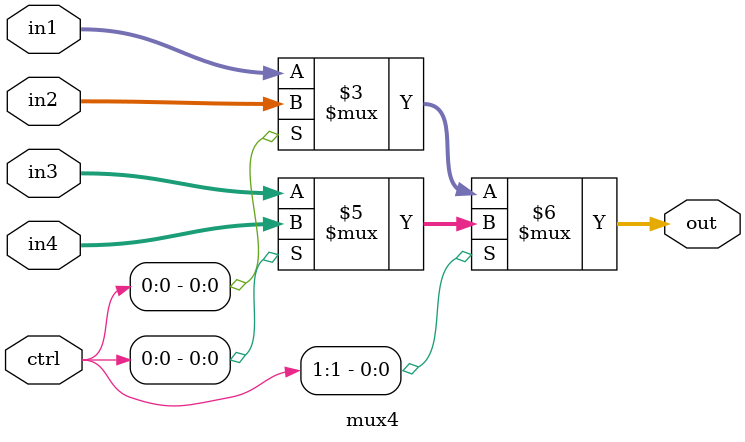
<source format=v>
`timescale 1ns / 1ps


module mux4(output [31:0] out, input [31:0] in1,in2,in3,in4, input [1:0] ctrl

    );
    
    assign out=(ctrl[1]==1'b0)?((ctrl[0]==1'b0)?in1:in2):((ctrl[0]==1'b0)?in3:in4);
endmodule

</source>
